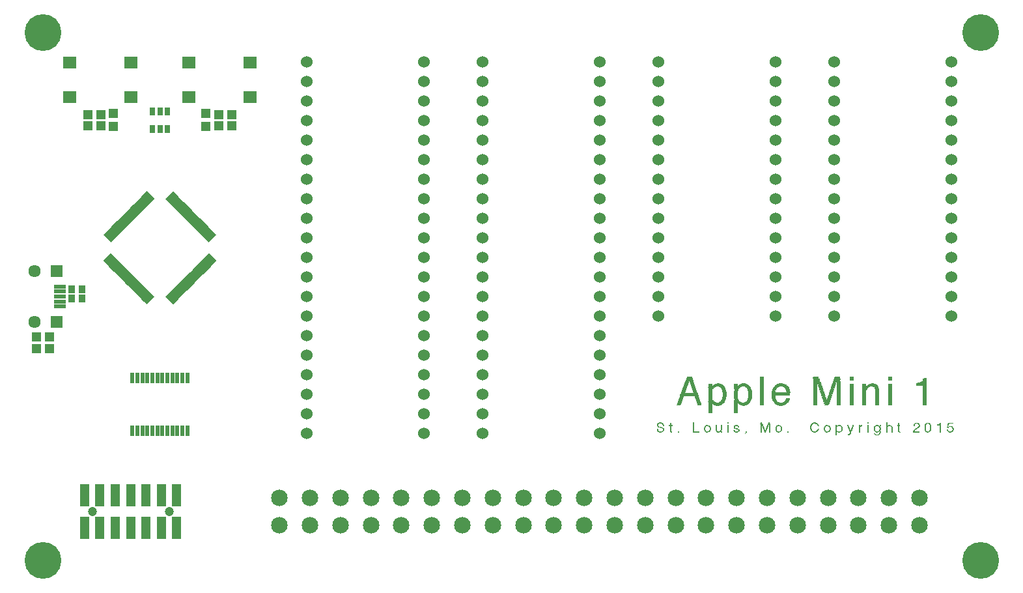
<source format=gts>
G75*
%MOIN*%
%OFA0B0*%
%FSLAX24Y24*%
%IPPOS*%
%LPD*%
%AMOC8*
5,1,8,0,0,1.08239X$1,22.5*
%
%ADD10C,0.1880*%
%ADD11R,0.0050X0.0017*%
%ADD12R,0.0067X0.0017*%
%ADD13R,0.0133X0.0017*%
%ADD14R,0.0050X0.0017*%
%ADD15R,0.0083X0.0017*%
%ADD16R,0.0200X0.0017*%
%ADD17R,0.0100X0.0017*%
%ADD18R,0.0066X0.0017*%
%ADD19R,0.0084X0.0017*%
%ADD20R,0.0066X0.0017*%
%ADD21R,0.0033X0.0017*%
%ADD22R,0.0033X0.0017*%
%ADD23R,0.0067X0.0017*%
%ADD24R,0.0134X0.0017*%
%ADD25R,0.0083X0.0017*%
%ADD26R,0.0316X0.0017*%
%ADD27R,0.0100X0.0017*%
%ADD28R,0.0334X0.0017*%
%ADD29R,0.0116X0.0017*%
%ADD30R,0.0217X0.0017*%
%ADD31R,0.0316X0.0017*%
%ADD32R,0.0166X0.0017*%
%ADD33R,0.0167X0.0017*%
%ADD34R,0.0334X0.0017*%
%ADD35R,0.0216X0.0017*%
%ADD36R,0.0266X0.0017*%
%ADD37R,0.0116X0.0017*%
%ADD38R,0.0267X0.0017*%
%ADD39R,0.0084X0.0017*%
%ADD40R,0.0034X0.0017*%
%ADD41R,0.0034X0.0017*%
%ADD42R,0.0150X0.0017*%
%ADD43R,0.0117X0.0017*%
%ADD44R,0.0183X0.0017*%
%ADD45R,0.0167X0.0017*%
%ADD46R,0.0166X0.0017*%
%ADD47R,0.0250X0.0017*%
%ADD48R,0.0283X0.0017*%
%ADD49R,0.0183X0.0017*%
%ADD50R,0.0117X0.0017*%
%ADD51R,0.0250X0.0017*%
%ADD52R,0.0134X0.0017*%
%ADD53R,0.0284X0.0017*%
%ADD54R,0.0283X0.0017*%
%ADD55R,0.0317X0.0017*%
%ADD56R,0.0200X0.0017*%
%ADD57R,0.0367X0.0017*%
%ADD58R,0.0366X0.0017*%
%ADD59R,0.0417X0.0017*%
%ADD60R,0.0184X0.0017*%
%ADD61R,0.0400X0.0017*%
%ADD62R,0.0467X0.0017*%
%ADD63R,0.0184X0.0017*%
%ADD64R,0.0466X0.0017*%
%ADD65R,0.0517X0.0017*%
%ADD66R,0.0217X0.0017*%
%ADD67R,0.0500X0.0017*%
%ADD68R,0.0567X0.0017*%
%ADD69R,0.0234X0.0017*%
%ADD70R,0.0533X0.0017*%
%ADD71R,0.0534X0.0017*%
%ADD72R,0.0617X0.0017*%
%ADD73R,0.0567X0.0017*%
%ADD74R,0.0566X0.0017*%
%ADD75R,0.0650X0.0017*%
%ADD76R,0.0216X0.0017*%
%ADD77R,0.0783X0.0017*%
%ADD78R,0.0683X0.0017*%
%ADD79R,0.0266X0.0017*%
%ADD80R,0.0383X0.0017*%
%ADD81R,0.0333X0.0017*%
%ADD82R,0.0233X0.0017*%
%ADD83R,0.0317X0.0017*%
%ADD84R,0.0233X0.0017*%
%ADD85R,0.0300X0.0017*%
%ADD86R,0.0300X0.0017*%
%ADD87R,0.0267X0.0017*%
%ADD88R,0.0350X0.0017*%
%ADD89R,0.0950X0.0017*%
%ADD90R,0.0933X0.0017*%
%ADD91R,0.0950X0.0017*%
%ADD92R,0.0916X0.0017*%
%ADD93R,0.0900X0.0017*%
%ADD94R,0.0884X0.0017*%
%ADD95R,0.0884X0.0017*%
%ADD96R,0.0867X0.0017*%
%ADD97R,0.0850X0.0017*%
%ADD98R,0.0850X0.0017*%
%ADD99R,0.0234X0.0017*%
%ADD100R,0.0600X0.0017*%
%ADD101R,0.0684X0.0017*%
%ADD102R,0.0600X0.0017*%
%ADD103R,0.0550X0.0017*%
%ADD104R,0.0550X0.0017*%
%ADD105R,0.0517X0.0017*%
%ADD106R,0.0516X0.0017*%
%ADD107R,0.0450X0.0017*%
%ADD108R,0.0434X0.0017*%
%ADD109R,0.0350X0.0017*%
%ADD110R,0.0400X0.0017*%
%ADD111R,0.0384X0.0017*%
%ADD112R,0.0384X0.0017*%
%ADD113R,0.0333X0.0017*%
%ADD114R,0.0150X0.0017*%
%ADD115R,0.0513X0.0474*%
%ADD116R,0.0690X0.0592*%
%ADD117C,0.0634*%
%ADD118R,0.0631X0.0631*%
%ADD119R,0.0611X0.0237*%
%ADD120R,0.0474X0.1163*%
%ADD121C,0.0474*%
%ADD122C,0.0848*%
%ADD123R,0.0356X0.0434*%
%ADD124R,0.0474X0.0513*%
%ADD125R,0.0237X0.0552*%
%ADD126R,0.0316X0.0434*%
%ADD127C,0.0600*%
%ADD128R,0.0552X0.0198*%
%ADD129R,0.0198X0.0552*%
D10*
X001500Y001160D03*
X001500Y028160D03*
X049500Y028160D03*
X049500Y001160D03*
D11*
X044100Y007610D03*
X044083Y007810D03*
X044067Y007860D03*
X044067Y007910D03*
X044083Y007960D03*
X044367Y007910D03*
X044367Y007860D03*
X044367Y007710D03*
X044350Y007660D03*
X044717Y007710D03*
X044717Y007760D03*
X044717Y007810D03*
X044717Y007860D03*
X044717Y007910D03*
X044717Y007960D03*
X044717Y008060D03*
X044717Y008110D03*
X044717Y008160D03*
X044950Y008010D03*
X044967Y007960D03*
X044967Y007910D03*
X044967Y007860D03*
X044967Y007810D03*
X044967Y007760D03*
X044967Y007710D03*
X045317Y007760D03*
X045317Y007810D03*
X045317Y007860D03*
X045317Y007910D03*
X045317Y007960D03*
X045317Y008010D03*
X045317Y008110D03*
X045317Y008160D03*
X046100Y008060D03*
X046117Y007810D03*
X046083Y007760D03*
X046367Y008010D03*
X046367Y008060D03*
X046350Y008110D03*
X046667Y008010D03*
X046667Y007960D03*
X046667Y007910D03*
X046667Y007860D03*
X046683Y007810D03*
X046717Y007760D03*
X046900Y007760D03*
X046933Y007810D03*
X046950Y007860D03*
X046950Y007910D03*
X046950Y007960D03*
X046950Y008010D03*
X046933Y008060D03*
X046917Y008110D03*
X046700Y008110D03*
X046683Y008060D03*
X047433Y008060D03*
X047433Y008010D03*
X047433Y007960D03*
X047433Y007910D03*
X047433Y007860D03*
X047433Y007810D03*
X047433Y007760D03*
X047433Y007710D03*
X047817Y007810D03*
X047850Y008060D03*
X048100Y007860D03*
X048083Y007810D03*
X047433Y008160D03*
X044367Y008060D03*
X043733Y008060D03*
X043733Y008010D03*
X043733Y007960D03*
X043733Y007910D03*
X043733Y007860D03*
X043733Y007810D03*
X043733Y007760D03*
X043733Y007710D03*
X043300Y007710D03*
X043300Y007760D03*
X043300Y007810D03*
X043300Y007860D03*
X043300Y007910D03*
X043300Y008060D03*
X042983Y008060D03*
X042967Y008010D03*
X042950Y007960D03*
X042933Y007910D03*
X042917Y007860D03*
X042900Y007810D03*
X042850Y007710D03*
X042833Y007660D03*
X042767Y007910D03*
X042750Y007960D03*
X042733Y008010D03*
X042717Y008060D03*
X042400Y007960D03*
X042417Y007910D03*
X042417Y007860D03*
X042400Y007810D03*
X042117Y007860D03*
X042117Y007910D03*
X042117Y008060D03*
X041783Y007960D03*
X041800Y007910D03*
X041800Y007860D03*
X041783Y007810D03*
X041533Y007810D03*
X041517Y007860D03*
X041517Y007910D03*
X041533Y007960D03*
X041200Y007860D03*
X041167Y007810D03*
X041167Y008110D03*
X040833Y008060D03*
X040817Y008010D03*
X040817Y007960D03*
X040817Y007910D03*
X040833Y007860D03*
X039650Y007710D03*
X039300Y007810D03*
X039317Y007860D03*
X039317Y007910D03*
X039300Y007960D03*
X039050Y007960D03*
X039033Y007910D03*
X039033Y007860D03*
X039050Y007810D03*
X038700Y007810D03*
X038700Y007860D03*
X038700Y007910D03*
X038700Y007960D03*
X038700Y008010D03*
X038700Y008060D03*
X038700Y008110D03*
X038617Y008060D03*
X038600Y008010D03*
X038583Y007960D03*
X038567Y007910D03*
X038400Y007910D03*
X038383Y007960D03*
X038367Y008010D03*
X038350Y008060D03*
X038333Y008110D03*
X038267Y008110D03*
X038267Y008060D03*
X038267Y008010D03*
X038267Y007960D03*
X038267Y007910D03*
X038267Y007860D03*
X038267Y007810D03*
X038267Y007760D03*
X038267Y007710D03*
X038483Y007710D03*
X038700Y007710D03*
X038700Y007760D03*
X037500Y007710D03*
X037133Y007810D03*
X037117Y007760D03*
X036917Y007760D03*
X036900Y007960D03*
X036917Y008010D03*
X037100Y008010D03*
X036567Y008010D03*
X036567Y008060D03*
X036567Y008160D03*
X036567Y007960D03*
X036567Y007910D03*
X036567Y007860D03*
X036567Y007810D03*
X036567Y007760D03*
X036567Y007710D03*
X036233Y007710D03*
X036233Y007860D03*
X036233Y007910D03*
X036233Y007960D03*
X036233Y008010D03*
X036233Y008060D03*
X035983Y008060D03*
X035983Y008010D03*
X035983Y007960D03*
X035983Y007910D03*
X035983Y007860D03*
X035983Y007810D03*
X036000Y007760D03*
X035667Y007860D03*
X035667Y007910D03*
X035650Y007960D03*
X035650Y007810D03*
X035400Y007810D03*
X035383Y007860D03*
X035383Y007910D03*
X035400Y007960D03*
X034817Y007960D03*
X034817Y008010D03*
X034817Y008060D03*
X034817Y008110D03*
X034817Y008160D03*
X034817Y007910D03*
X034817Y007860D03*
X034817Y007810D03*
X034817Y007760D03*
X034033Y007710D03*
X033633Y007760D03*
X033633Y007810D03*
X033633Y007860D03*
X033633Y007910D03*
X033633Y007960D03*
X033633Y008010D03*
X033633Y008110D03*
X033633Y008160D03*
X033267Y008060D03*
X033250Y008110D03*
X033250Y007910D03*
X033283Y007860D03*
X033283Y007810D03*
X032983Y007810D03*
X032967Y007860D03*
X033000Y008010D03*
X032983Y008110D03*
X042117Y007710D03*
X042117Y007660D03*
X042117Y007610D03*
X042117Y007560D03*
X043733Y008160D03*
D12*
X043409Y008060D03*
X043309Y007960D03*
X042809Y007610D03*
X042759Y007560D03*
X041759Y007760D03*
X041559Y007760D03*
X041559Y008010D03*
X041759Y008010D03*
X041191Y008060D03*
X040859Y007810D03*
X044109Y007760D03*
X044109Y008010D03*
X044359Y007960D03*
X044359Y007810D03*
X047841Y007760D03*
X047841Y007960D03*
X048059Y007960D03*
X048091Y007910D03*
X048059Y007760D03*
D13*
X044209Y007560D03*
X041009Y007710D03*
X037009Y007710D03*
X037009Y008060D03*
X036091Y007710D03*
D14*
X036000Y007777D03*
X035983Y007793D03*
X035983Y007827D03*
X035983Y007843D03*
X035983Y007877D03*
X035983Y007893D03*
X035983Y007927D03*
X035983Y007943D03*
X035983Y007977D03*
X035983Y007993D03*
X035983Y008027D03*
X035983Y008043D03*
X036233Y008043D03*
X036233Y008027D03*
X036233Y007993D03*
X036233Y007977D03*
X036233Y007943D03*
X036233Y007927D03*
X036233Y007893D03*
X036233Y007877D03*
X036233Y007843D03*
X036233Y007827D03*
X036233Y007727D03*
X036567Y007727D03*
X036567Y007743D03*
X036567Y007777D03*
X036567Y007793D03*
X036567Y007827D03*
X036567Y007843D03*
X036567Y007877D03*
X036567Y007893D03*
X036567Y007927D03*
X036567Y007943D03*
X036567Y007977D03*
X036567Y007993D03*
X036567Y008027D03*
X036567Y008043D03*
X036567Y008177D03*
X036567Y008193D03*
X036900Y007993D03*
X036900Y007977D03*
X036900Y007793D03*
X036900Y007777D03*
X037133Y007777D03*
X037133Y007793D03*
X037133Y007827D03*
X037117Y007993D03*
X037500Y007743D03*
X037500Y007727D03*
X038267Y007727D03*
X038267Y007743D03*
X038267Y007777D03*
X038267Y007793D03*
X038267Y007827D03*
X038267Y007843D03*
X038267Y007877D03*
X038267Y007893D03*
X038267Y007927D03*
X038267Y007943D03*
X038267Y007977D03*
X038267Y007993D03*
X038267Y008027D03*
X038267Y008043D03*
X038267Y008077D03*
X038267Y008093D03*
X038267Y008127D03*
X038333Y008093D03*
X038350Y008043D03*
X038383Y007977D03*
X038400Y007927D03*
X038417Y007877D03*
X038433Y007843D03*
X038433Y007827D03*
X038450Y007793D03*
X038450Y007777D03*
X038483Y007727D03*
X038517Y007777D03*
X038517Y007793D03*
X038533Y007827D03*
X038550Y007877D03*
X038567Y007927D03*
X038617Y008043D03*
X038633Y008093D03*
X038700Y008093D03*
X038700Y008077D03*
X038700Y008043D03*
X038700Y008027D03*
X038700Y007993D03*
X038700Y007977D03*
X038700Y007943D03*
X038700Y007927D03*
X038700Y007893D03*
X038700Y007877D03*
X038700Y007843D03*
X038700Y007827D03*
X038700Y007793D03*
X038700Y007777D03*
X038700Y007743D03*
X038700Y007727D03*
X039033Y007827D03*
X039033Y007843D03*
X039033Y007877D03*
X039033Y007893D03*
X039033Y007927D03*
X039033Y007943D03*
X039050Y007977D03*
X039067Y007993D03*
X039050Y007793D03*
X039067Y007777D03*
X039283Y007777D03*
X039300Y007793D03*
X039317Y007827D03*
X039317Y007843D03*
X039317Y007877D03*
X039317Y007893D03*
X039317Y007927D03*
X039317Y007943D03*
X039300Y007977D03*
X039283Y007993D03*
X039650Y007743D03*
X039650Y007727D03*
X038700Y008127D03*
X040817Y007993D03*
X040817Y007977D03*
X040817Y007943D03*
X040817Y007927D03*
X040817Y007893D03*
X040833Y007843D03*
X040833Y008043D03*
X041183Y008077D03*
X041200Y008043D03*
X041200Y007877D03*
X041183Y007843D03*
X041183Y007827D03*
X041517Y007827D03*
X041517Y007843D03*
X041517Y007877D03*
X041517Y007893D03*
X041517Y007927D03*
X041517Y007943D03*
X041533Y007977D03*
X041550Y007993D03*
X041533Y007793D03*
X041550Y007777D03*
X041767Y007777D03*
X041783Y007793D03*
X041800Y007827D03*
X041800Y007843D03*
X041800Y007877D03*
X041800Y007893D03*
X041800Y007927D03*
X041800Y007943D03*
X041783Y007977D03*
X041767Y007993D03*
X042117Y008027D03*
X042117Y008043D03*
X042117Y007927D03*
X042117Y007893D03*
X042117Y007877D03*
X042117Y007843D03*
X042117Y007743D03*
X042117Y007727D03*
X042117Y007693D03*
X042117Y007677D03*
X042117Y007643D03*
X042117Y007627D03*
X042117Y007593D03*
X042117Y007577D03*
X042383Y007777D03*
X042400Y007793D03*
X042417Y007827D03*
X042417Y007843D03*
X042417Y007877D03*
X042417Y007893D03*
X042417Y007927D03*
X042417Y007943D03*
X042400Y007977D03*
X042717Y008043D03*
X042733Y007993D03*
X042750Y007977D03*
X042767Y007927D03*
X042783Y007877D03*
X042800Y007843D03*
X042800Y007827D03*
X042817Y007793D03*
X042817Y007777D03*
X042883Y007777D03*
X042883Y007793D03*
X042900Y007827D03*
X042900Y007843D03*
X042917Y007877D03*
X042933Y007927D03*
X042950Y007977D03*
X042967Y007993D03*
X042983Y008043D03*
X043300Y008043D03*
X043300Y008027D03*
X043300Y007927D03*
X043300Y007893D03*
X043300Y007877D03*
X043300Y007843D03*
X043300Y007827D03*
X043300Y007793D03*
X043300Y007777D03*
X043300Y007743D03*
X043300Y007727D03*
X043733Y007727D03*
X043733Y007743D03*
X043733Y007777D03*
X043733Y007793D03*
X043733Y007827D03*
X043733Y007843D03*
X043733Y007877D03*
X043733Y007893D03*
X043733Y007927D03*
X043733Y007943D03*
X043733Y007977D03*
X043733Y007993D03*
X043733Y008027D03*
X043733Y008043D03*
X043733Y008177D03*
X043733Y008193D03*
X044083Y007977D03*
X044067Y007943D03*
X044067Y007927D03*
X044067Y007893D03*
X044067Y007877D03*
X044067Y007843D03*
X044067Y007827D03*
X044083Y007793D03*
X044100Y007777D03*
X044083Y007643D03*
X044083Y007627D03*
X044333Y007627D03*
X044350Y007643D03*
X044367Y007693D03*
X044367Y007727D03*
X044367Y007743D03*
X044367Y007843D03*
X044367Y007877D03*
X044367Y007893D03*
X044367Y007927D03*
X044367Y008027D03*
X044367Y008043D03*
X044717Y008043D03*
X044717Y008027D03*
X044717Y008077D03*
X044717Y008093D03*
X044717Y008127D03*
X044717Y008143D03*
X044717Y008177D03*
X044717Y008193D03*
X044783Y008027D03*
X044717Y007943D03*
X044717Y007927D03*
X044717Y007893D03*
X044717Y007877D03*
X044717Y007843D03*
X044717Y007827D03*
X044717Y007793D03*
X044717Y007777D03*
X044717Y007743D03*
X044717Y007727D03*
X044967Y007727D03*
X044967Y007743D03*
X044967Y007777D03*
X044967Y007793D03*
X044967Y007827D03*
X044967Y007843D03*
X044967Y007877D03*
X044967Y007893D03*
X044967Y007927D03*
X044967Y007943D03*
X044967Y007977D03*
X045317Y007977D03*
X045317Y007993D03*
X045317Y008027D03*
X045317Y008077D03*
X045317Y008093D03*
X045317Y008127D03*
X045317Y008143D03*
X045317Y007943D03*
X045317Y007927D03*
X045317Y007893D03*
X045317Y007877D03*
X045317Y007843D03*
X045317Y007827D03*
X045317Y007793D03*
X045317Y007777D03*
X046083Y007743D03*
X046100Y007777D03*
X046100Y007793D03*
X046133Y007827D03*
X046100Y008043D03*
X046100Y008077D03*
X046117Y008093D03*
X046133Y008127D03*
X046367Y008077D03*
X046367Y008043D03*
X046367Y008027D03*
X046350Y007993D03*
X046667Y007993D03*
X046667Y007977D03*
X046667Y007943D03*
X046667Y007927D03*
X046667Y007893D03*
X046667Y007877D03*
X046683Y007827D03*
X046683Y007793D03*
X046700Y007777D03*
X046917Y007777D03*
X046933Y007827D03*
X046933Y007843D03*
X046950Y007877D03*
X046950Y007893D03*
X046950Y007927D03*
X046950Y007943D03*
X046950Y007977D03*
X046950Y007993D03*
X046950Y008027D03*
X046933Y008043D03*
X046933Y008077D03*
X046900Y008127D03*
X046717Y008127D03*
X046683Y008077D03*
X046683Y008043D03*
X046667Y008027D03*
X047433Y008027D03*
X047433Y008043D03*
X047433Y007993D03*
X047433Y007977D03*
X047433Y007943D03*
X047433Y007927D03*
X047433Y007893D03*
X047433Y007877D03*
X047433Y007843D03*
X047433Y007827D03*
X047433Y007793D03*
X047433Y007777D03*
X047433Y007743D03*
X047433Y007727D03*
X047817Y007793D03*
X047833Y007777D03*
X047817Y007827D03*
X047833Y007943D03*
X047850Y008077D03*
X047850Y008093D03*
X047867Y008143D03*
X048083Y007927D03*
X048100Y007893D03*
X048100Y007877D03*
X048100Y007843D03*
X048100Y007827D03*
X048083Y007793D03*
X047433Y008143D03*
X047433Y008177D03*
X042850Y007693D03*
X042850Y007677D03*
X042833Y007643D03*
X042817Y007627D03*
X035667Y007827D03*
X035667Y007843D03*
X035667Y007877D03*
X035667Y007893D03*
X035667Y007927D03*
X035667Y007943D03*
X035650Y007977D03*
X035633Y007993D03*
X035650Y007793D03*
X035633Y007777D03*
X035417Y007777D03*
X035400Y007793D03*
X035383Y007827D03*
X035383Y007843D03*
X035383Y007877D03*
X035383Y007893D03*
X035383Y007927D03*
X035383Y007943D03*
X035400Y007977D03*
X035417Y007993D03*
X034817Y007993D03*
X034817Y007977D03*
X034817Y007943D03*
X034817Y007927D03*
X034817Y007893D03*
X034817Y007877D03*
X034817Y007843D03*
X034817Y007827D03*
X034817Y007793D03*
X034817Y007777D03*
X034817Y008027D03*
X034817Y008043D03*
X034817Y008077D03*
X034817Y008093D03*
X034817Y008127D03*
X034817Y008143D03*
X034817Y008177D03*
X034817Y008193D03*
X034033Y007743D03*
X034033Y007727D03*
X033633Y007777D03*
X033633Y007793D03*
X033633Y007827D03*
X033633Y007843D03*
X033633Y007877D03*
X033633Y007893D03*
X033633Y007927D03*
X033633Y007943D03*
X033633Y007977D03*
X033633Y007993D03*
X033633Y008027D03*
X033633Y008077D03*
X033633Y008093D03*
X033633Y008127D03*
X033633Y008143D03*
X033267Y008077D03*
X033250Y008093D03*
X033233Y008127D03*
X033267Y008043D03*
X033267Y007893D03*
X033283Y007877D03*
X033283Y007843D03*
X033283Y007827D03*
X033017Y007993D03*
X032983Y008027D03*
X032983Y008093D03*
X032967Y007843D03*
X032967Y007827D03*
D15*
X033016Y008143D03*
X033216Y008143D03*
X036216Y007777D03*
X038284Y008177D03*
X038284Y008193D03*
X038684Y008193D03*
X038684Y008177D03*
X038484Y007743D03*
X040884Y007777D03*
X040884Y008127D03*
X042134Y007993D03*
X042134Y007777D03*
X042766Y007577D03*
X043316Y007977D03*
X043316Y007993D03*
X044134Y008027D03*
X044134Y007743D03*
X044734Y007993D03*
X046234Y007893D03*
X046284Y007927D03*
X046316Y008143D03*
X047866Y007743D03*
X048034Y007977D03*
D16*
X046642Y009127D03*
X046642Y009143D03*
X046642Y009177D03*
X046642Y009193D03*
X046642Y009227D03*
X046642Y009243D03*
X046642Y009277D03*
X046642Y009293D03*
X046642Y009327D03*
X046642Y009343D03*
X046642Y009377D03*
X046642Y009393D03*
X046642Y009427D03*
X046642Y009443D03*
X046642Y009477D03*
X046642Y009493D03*
X046642Y009527D03*
X046642Y009543D03*
X046642Y009577D03*
X046642Y009593D03*
X046642Y009627D03*
X046642Y009643D03*
X046642Y009677D03*
X046642Y009693D03*
X046642Y009727D03*
X046642Y009743D03*
X046642Y009777D03*
X046642Y009793D03*
X046642Y009827D03*
X046642Y009843D03*
X046642Y009877D03*
X046642Y009893D03*
X046642Y009927D03*
X046642Y009943D03*
X046642Y009977D03*
X046642Y009993D03*
X046642Y010027D03*
X046642Y010043D03*
X046642Y010077D03*
X046642Y010343D03*
X044208Y009893D03*
X044192Y009943D03*
X043558Y009843D03*
X043558Y009827D03*
X044208Y008043D03*
X044208Y007577D03*
X042275Y008043D03*
X041008Y007727D03*
X039275Y009077D03*
X038992Y009293D03*
X038958Y009343D03*
X038942Y009377D03*
X039592Y009293D03*
X039608Y009327D03*
X039608Y009943D03*
X039592Y009977D03*
X039008Y009993D03*
X038992Y009977D03*
X037708Y009777D03*
X037692Y009843D03*
X037675Y009893D03*
X037658Y009927D03*
X037658Y009943D03*
X036992Y009793D03*
X036992Y009777D03*
X036992Y009743D03*
X036992Y009477D03*
X036992Y009443D03*
X036992Y009427D03*
X037642Y009327D03*
X037658Y009343D03*
X037675Y009377D03*
X036358Y009377D03*
X036342Y009343D03*
X036325Y009327D03*
X035675Y009427D03*
X035675Y009443D03*
X035675Y009477D03*
X035675Y009743D03*
X035675Y009777D03*
X035675Y009793D03*
X036342Y009927D03*
X036342Y009943D03*
X036358Y009893D03*
X036375Y009843D03*
X036392Y009777D03*
X035042Y009343D03*
X035058Y009293D03*
X035075Y009243D03*
X035025Y009393D03*
X035008Y009443D03*
X034992Y009477D03*
X034992Y009493D03*
X034975Y009527D03*
X034975Y009543D03*
X034908Y009727D03*
X034908Y009743D03*
X034892Y009777D03*
X034892Y009793D03*
X034875Y009827D03*
X034875Y009843D03*
X034858Y009877D03*
X034858Y009893D03*
X034842Y009927D03*
X034842Y009943D03*
X034825Y009977D03*
X034808Y010027D03*
X034792Y010077D03*
X034775Y010127D03*
X034758Y010177D03*
X034742Y010227D03*
X034708Y010293D03*
X034475Y010277D03*
X034458Y010227D03*
X034442Y010177D03*
X034425Y010127D03*
X034408Y010093D03*
X034408Y010077D03*
X034392Y010043D03*
X034392Y010027D03*
X034375Y009993D03*
X034375Y009977D03*
X034358Y009943D03*
X034358Y009927D03*
X034342Y009893D03*
X034342Y009877D03*
X034325Y009843D03*
X034325Y009827D03*
X034308Y009793D03*
X034292Y009743D03*
X034208Y009527D03*
X034192Y009477D03*
X034175Y009427D03*
X034158Y009393D03*
X034158Y009377D03*
X034142Y009343D03*
X034142Y009327D03*
X034125Y009293D03*
X034108Y009243D03*
X034092Y009193D03*
X034075Y009143D03*
X033108Y008177D03*
X037008Y008043D03*
X037008Y007727D03*
D17*
X038292Y008143D03*
X038675Y008143D03*
X040908Y008143D03*
X041125Y008143D03*
X042775Y007593D03*
X043392Y008027D03*
X045358Y007727D03*
X046808Y008177D03*
X047858Y007977D03*
X033675Y007727D03*
X033175Y007943D03*
X033058Y007977D03*
D18*
X033225Y007927D03*
X033275Y007793D03*
X036025Y007743D03*
X036225Y007793D03*
X036925Y007743D03*
X036925Y007927D03*
X036925Y008027D03*
X040825Y008027D03*
X040825Y007877D03*
X041175Y008093D03*
X041575Y008027D03*
X041575Y007743D03*
X042125Y007793D03*
X042125Y007827D03*
X042125Y007943D03*
X042125Y007977D03*
X044125Y007593D03*
X044725Y007977D03*
X044925Y008027D03*
X045325Y007743D03*
X046725Y007743D03*
X046925Y007793D03*
X046925Y008093D03*
X046725Y008143D03*
X047425Y008127D03*
X048075Y007943D03*
X048075Y007777D03*
D19*
X046200Y007877D03*
X044350Y007777D03*
X044300Y007593D03*
X044350Y007993D03*
X043400Y008043D03*
X042850Y007743D03*
X042350Y007743D03*
X042350Y008027D03*
X041150Y008127D03*
D20*
X042125Y007960D03*
X042125Y007810D03*
X042375Y007760D03*
X042375Y008010D03*
X044325Y007610D03*
X046125Y008110D03*
X046325Y007960D03*
X039275Y008010D03*
X039075Y008010D03*
X039075Y007760D03*
X039275Y007760D03*
X036225Y007810D03*
X035625Y007760D03*
X035425Y007760D03*
X035425Y008010D03*
X035625Y008010D03*
D21*
X037491Y007643D03*
X037491Y007627D03*
X037509Y007677D03*
X037509Y007693D03*
X038359Y008027D03*
X038341Y008077D03*
X038391Y007943D03*
X038409Y007893D03*
X038541Y007843D03*
X038559Y007893D03*
X038591Y007977D03*
X038591Y007993D03*
X038609Y008027D03*
X038641Y008127D03*
X042759Y007943D03*
X042941Y007943D03*
X047841Y007993D03*
X047841Y008027D03*
X047841Y008043D03*
X047859Y008127D03*
D22*
X047859Y008110D03*
X047841Y008010D03*
X042809Y007810D03*
X042791Y007860D03*
X038641Y008110D03*
X038541Y007860D03*
X038441Y007810D03*
X037509Y007660D03*
X036891Y007810D03*
D23*
X036909Y007943D03*
X037091Y008027D03*
X037109Y007843D03*
X037091Y007743D03*
X035609Y007743D03*
X035441Y007743D03*
X035441Y008027D03*
X035609Y008027D03*
X033641Y007743D03*
X033259Y007777D03*
X033009Y007777D03*
X032991Y007793D03*
X032991Y008127D03*
X039091Y008027D03*
X039259Y008027D03*
X039259Y007743D03*
X039091Y007743D03*
X040841Y007827D03*
X040859Y007793D03*
X041141Y007777D03*
X041159Y007793D03*
X040859Y008093D03*
X040841Y008077D03*
X041741Y008027D03*
X041741Y007743D03*
X042191Y007743D03*
X042191Y008027D03*
X042391Y007993D03*
X042859Y007727D03*
X043309Y007943D03*
X044091Y007993D03*
X044291Y008027D03*
X044359Y007977D03*
X044359Y007943D03*
X044359Y007827D03*
X044359Y007793D03*
X044291Y007743D03*
X044359Y007677D03*
X044959Y007993D03*
X046159Y007843D03*
X046309Y007943D03*
X046341Y007977D03*
X046359Y008093D03*
X046341Y008127D03*
X046159Y008143D03*
X046691Y008093D03*
X046891Y008143D03*
X046891Y007743D03*
X048041Y007743D03*
D24*
X033125Y007710D03*
D25*
X033234Y007760D03*
X033684Y007710D03*
X038284Y008160D03*
X038684Y008160D03*
X038484Y007760D03*
X040866Y008110D03*
X041116Y007760D03*
X045366Y007710D03*
X046184Y007860D03*
D26*
X041100Y010410D03*
X037050Y010010D03*
X037050Y009260D03*
X034950Y007710D03*
X034600Y010460D03*
D27*
X035525Y008060D03*
X035525Y007710D03*
X036208Y007760D03*
X037092Y007860D03*
X039175Y007710D03*
X039175Y008060D03*
X040908Y007760D03*
X041658Y007710D03*
X041658Y008060D03*
X042142Y008010D03*
X042142Y007760D03*
X042275Y007710D03*
X044208Y007710D03*
X044342Y007760D03*
X044342Y008010D03*
X044742Y008010D03*
X044858Y008060D03*
X046258Y007910D03*
X046808Y007710D03*
X047958Y008010D03*
X033025Y007760D03*
D28*
X041625Y009310D03*
X046225Y007710D03*
D29*
X047400Y008110D03*
X047950Y007710D03*
X036950Y007910D03*
D30*
X037616Y009277D03*
X037634Y009293D03*
X037634Y009977D03*
X036316Y009977D03*
X035684Y009877D03*
X035684Y009843D03*
X035684Y009827D03*
X035684Y009393D03*
X035684Y009377D03*
X035116Y009143D03*
X035116Y009127D03*
X035084Y009227D03*
X035066Y009277D03*
X035034Y009377D03*
X035016Y009427D03*
X034284Y009727D03*
X034216Y009543D03*
X034184Y009443D03*
X034116Y009277D03*
X034084Y009177D03*
X034066Y009127D03*
X036316Y009293D03*
X033134Y007727D03*
X039566Y009277D03*
X041016Y008177D03*
X041634Y009127D03*
X041634Y009143D03*
X043566Y009877D03*
X043566Y009893D03*
X044184Y009977D03*
X044184Y009993D03*
X046634Y010327D03*
D31*
X041100Y010427D03*
X041100Y010443D03*
X034600Y010443D03*
X034600Y010427D03*
X034950Y007743D03*
X034950Y007727D03*
D32*
X035525Y007727D03*
X035525Y008043D03*
X037375Y009077D03*
X038925Y009827D03*
X038925Y009843D03*
X041225Y010277D03*
X041225Y010293D03*
X041275Y010143D03*
X041275Y010127D03*
X041325Y009993D03*
X041325Y009977D03*
X041375Y009843D03*
X041375Y009827D03*
X041425Y009693D03*
X041425Y009677D03*
X041475Y009543D03*
X041475Y009527D03*
X041525Y009393D03*
X041525Y009377D03*
X041725Y009343D03*
X041775Y009477D03*
X041775Y009493D03*
X041825Y009627D03*
X041825Y009643D03*
X041875Y009777D03*
X041875Y009793D03*
X041925Y009927D03*
X041925Y009943D03*
X041975Y010077D03*
X041975Y010093D03*
X042025Y010227D03*
X042025Y010243D03*
X043975Y010193D03*
X045325Y008043D03*
X042275Y007727D03*
X039175Y007727D03*
X039175Y008043D03*
X036075Y010193D03*
D33*
X037391Y010193D03*
X038909Y009793D03*
X038909Y009777D03*
X038909Y009743D03*
X038941Y009877D03*
X038941Y009893D03*
X039291Y010193D03*
X039659Y009793D03*
X041241Y010227D03*
X041241Y010243D03*
X041259Y010193D03*
X041259Y010177D03*
X041291Y010093D03*
X041291Y010077D03*
X041309Y010043D03*
X041309Y010027D03*
X041341Y009943D03*
X041341Y009927D03*
X041359Y009893D03*
X041359Y009877D03*
X041391Y009793D03*
X041391Y009777D03*
X041409Y009743D03*
X041409Y009727D03*
X041441Y009643D03*
X041441Y009627D03*
X041459Y009593D03*
X041459Y009577D03*
X041491Y009493D03*
X041491Y009477D03*
X041509Y009443D03*
X041509Y009427D03*
X041541Y009343D03*
X041741Y009377D03*
X041741Y009393D03*
X041759Y009427D03*
X041759Y009443D03*
X041791Y009527D03*
X041791Y009543D03*
X041809Y009577D03*
X041809Y009593D03*
X041841Y009677D03*
X041841Y009693D03*
X041859Y009727D03*
X041859Y009743D03*
X041891Y009827D03*
X041891Y009843D03*
X041909Y009877D03*
X041909Y009893D03*
X041941Y009977D03*
X041941Y009993D03*
X041959Y010027D03*
X041959Y010043D03*
X041991Y010127D03*
X041991Y010143D03*
X042009Y010177D03*
X042009Y010193D03*
X042041Y010277D03*
X042041Y010293D03*
X041659Y008043D03*
X041659Y007727D03*
X044209Y007727D03*
X044859Y008043D03*
X046809Y007727D03*
X046659Y010427D03*
X046659Y010443D03*
X036059Y009077D03*
X036091Y007727D03*
X033641Y008043D03*
D34*
X046225Y007727D03*
D35*
X047950Y007727D03*
X039050Y010027D03*
X039000Y009277D03*
X037000Y009377D03*
X037000Y009393D03*
X037000Y009827D03*
X037000Y009843D03*
X037000Y009877D03*
X036300Y009277D03*
X035100Y009193D03*
X035100Y009177D03*
X035050Y009327D03*
X034200Y009493D03*
X034100Y009227D03*
X034300Y009777D03*
D36*
X036075Y010177D03*
X037025Y009293D03*
X039075Y010043D03*
X044125Y010043D03*
X033125Y007743D03*
D37*
X036200Y007743D03*
D38*
X035709Y009293D03*
X037391Y010177D03*
X041009Y007743D03*
X046609Y010277D03*
D39*
X042850Y007760D03*
D40*
X038525Y007810D03*
X038425Y007860D03*
X037125Y007960D03*
X032975Y008060D03*
D41*
X032975Y008077D03*
X032975Y008043D03*
X037125Y007977D03*
X038325Y008127D03*
X038375Y007993D03*
X038575Y007943D03*
X038625Y008077D03*
X042725Y008027D03*
X042775Y007893D03*
X042925Y007893D03*
X042975Y008027D03*
X046675Y007843D03*
D42*
X046667Y010477D03*
X037033Y007877D03*
X037000Y007893D03*
D43*
X033116Y007960D03*
X042266Y008060D03*
X043334Y008010D03*
X044216Y008060D03*
D44*
X044216Y009127D03*
X044216Y009143D03*
X044216Y009177D03*
X044216Y009193D03*
X044216Y009227D03*
X044216Y009243D03*
X044216Y009277D03*
X044216Y009293D03*
X044216Y009327D03*
X044216Y009343D03*
X044216Y009377D03*
X044216Y009393D03*
X044216Y009427D03*
X044216Y009443D03*
X044216Y009477D03*
X044216Y009493D03*
X044216Y009527D03*
X044216Y009543D03*
X044216Y009577D03*
X044216Y009593D03*
X044216Y009627D03*
X044216Y009643D03*
X044216Y009677D03*
X044216Y009693D03*
X044216Y009727D03*
X044216Y009743D03*
X044216Y009777D03*
X044216Y009793D03*
X044216Y009827D03*
X044216Y009843D03*
X044216Y009877D03*
X044866Y009877D03*
X044866Y009893D03*
X044866Y009927D03*
X044866Y009943D03*
X044866Y009977D03*
X044866Y009993D03*
X044866Y010027D03*
X044866Y010043D03*
X044866Y010077D03*
X044866Y010093D03*
X044866Y010127D03*
X044866Y010143D03*
X044866Y010377D03*
X044866Y010393D03*
X044866Y010427D03*
X044866Y010443D03*
X044866Y010477D03*
X044866Y010493D03*
X044866Y010527D03*
X044866Y010543D03*
X044866Y009843D03*
X044866Y009827D03*
X044866Y009793D03*
X044866Y009777D03*
X044866Y009743D03*
X044866Y009727D03*
X044866Y009693D03*
X044866Y009677D03*
X044866Y009643D03*
X044866Y009627D03*
X044866Y009593D03*
X044866Y009577D03*
X044866Y009543D03*
X044866Y009527D03*
X044866Y009493D03*
X044866Y009477D03*
X044866Y009443D03*
X044866Y009427D03*
X044866Y009393D03*
X044866Y009377D03*
X044866Y009343D03*
X044866Y009327D03*
X044866Y009293D03*
X044866Y009277D03*
X044866Y009243D03*
X044866Y009227D03*
X044866Y009193D03*
X044866Y009177D03*
X044866Y009143D03*
X044866Y009127D03*
X042234Y009127D03*
X042234Y009143D03*
X042234Y009177D03*
X042234Y009193D03*
X042234Y009227D03*
X042234Y009243D03*
X042234Y009277D03*
X042234Y009293D03*
X042234Y009327D03*
X042234Y009343D03*
X042234Y009377D03*
X042234Y009393D03*
X042234Y009427D03*
X042234Y009443D03*
X042234Y009477D03*
X042234Y009493D03*
X042234Y009527D03*
X042234Y009543D03*
X042234Y009577D03*
X042234Y009593D03*
X042234Y009627D03*
X042234Y009643D03*
X042234Y009677D03*
X042234Y009693D03*
X042234Y009727D03*
X042234Y009743D03*
X042234Y009777D03*
X042234Y009793D03*
X042234Y009827D03*
X042234Y009843D03*
X042234Y009877D03*
X042234Y009893D03*
X042234Y009927D03*
X042234Y009943D03*
X042234Y009977D03*
X042234Y009993D03*
X042234Y010027D03*
X042234Y010043D03*
X042234Y010077D03*
X042234Y010093D03*
X042234Y010127D03*
X042234Y010143D03*
X042234Y010177D03*
X042234Y010193D03*
X042234Y010227D03*
X042234Y010243D03*
X042234Y010277D03*
X042234Y010293D03*
X041034Y010293D03*
X041034Y010277D03*
X041034Y010243D03*
X041034Y010227D03*
X041034Y010193D03*
X041034Y010177D03*
X041034Y010143D03*
X041034Y010127D03*
X041034Y010093D03*
X041034Y010077D03*
X041034Y010043D03*
X041034Y010027D03*
X041034Y009993D03*
X041034Y009977D03*
X041034Y009943D03*
X041034Y009927D03*
X041034Y009893D03*
X041034Y009877D03*
X041034Y009843D03*
X041034Y009827D03*
X041034Y009793D03*
X041034Y009777D03*
X041034Y009743D03*
X041034Y009727D03*
X041034Y009693D03*
X041034Y009677D03*
X041034Y009643D03*
X041034Y009627D03*
X041034Y009593D03*
X041034Y009577D03*
X041034Y009543D03*
X041034Y009527D03*
X041034Y009493D03*
X041034Y009477D03*
X041034Y009443D03*
X041034Y009427D03*
X041034Y009393D03*
X041034Y009377D03*
X041034Y009343D03*
X041034Y009327D03*
X041034Y009293D03*
X041034Y009277D03*
X041034Y009243D03*
X041034Y009227D03*
X041034Y009193D03*
X041034Y009177D03*
X041034Y009143D03*
X041034Y009127D03*
X039634Y009377D03*
X039634Y009393D03*
X039616Y009343D03*
X039666Y009743D03*
X039666Y009777D03*
X039634Y009877D03*
X039634Y009893D03*
X039616Y009927D03*
X038966Y009927D03*
X038966Y009943D03*
X038916Y009493D03*
X038916Y009477D03*
X038916Y009443D03*
X038916Y009427D03*
X038934Y009393D03*
X038966Y009327D03*
X038316Y009327D03*
X038316Y009343D03*
X038316Y009377D03*
X038316Y009393D03*
X038316Y009427D03*
X038316Y009443D03*
X038316Y009477D03*
X038316Y009493D03*
X038316Y009527D03*
X038316Y009543D03*
X038316Y009577D03*
X038316Y009593D03*
X038316Y009627D03*
X038316Y009643D03*
X038316Y009677D03*
X038316Y009693D03*
X038316Y009727D03*
X038316Y009743D03*
X038316Y009777D03*
X038316Y009793D03*
X038316Y009827D03*
X038316Y009843D03*
X038316Y009877D03*
X038316Y009893D03*
X038316Y009927D03*
X038316Y009943D03*
X038316Y009977D03*
X038316Y009993D03*
X038316Y010027D03*
X038316Y010043D03*
X038316Y010077D03*
X038316Y010093D03*
X038316Y010127D03*
X038316Y010143D03*
X038316Y010177D03*
X038316Y010193D03*
X038316Y010227D03*
X038316Y010243D03*
X038316Y010277D03*
X038316Y010293D03*
X038316Y010327D03*
X038316Y010343D03*
X038316Y010377D03*
X038316Y010393D03*
X038316Y010427D03*
X038316Y010443D03*
X038316Y010477D03*
X038316Y010493D03*
X038316Y010527D03*
X038316Y010543D03*
X037684Y009877D03*
X037716Y009743D03*
X037716Y009727D03*
X037716Y009693D03*
X037716Y009677D03*
X037716Y009643D03*
X037716Y009627D03*
X037716Y009593D03*
X037716Y009577D03*
X037716Y009543D03*
X037716Y009527D03*
X037684Y009427D03*
X037684Y009393D03*
X038316Y009293D03*
X038316Y009277D03*
X038316Y009243D03*
X038316Y009227D03*
X038316Y009193D03*
X038316Y009177D03*
X038316Y009143D03*
X038316Y009127D03*
X036984Y009127D03*
X036984Y009143D03*
X036984Y009177D03*
X036984Y009193D03*
X036984Y009093D03*
X036984Y009077D03*
X036984Y009043D03*
X036984Y009027D03*
X036984Y008993D03*
X036984Y008977D03*
X036984Y008943D03*
X036984Y008927D03*
X036984Y008893D03*
X036984Y008877D03*
X036984Y008843D03*
X036984Y008827D03*
X036984Y008793D03*
X036984Y008777D03*
X036984Y008743D03*
X036984Y008727D03*
X036984Y008693D03*
X036984Y009493D03*
X036984Y009527D03*
X036984Y009543D03*
X036984Y009577D03*
X036984Y009593D03*
X036984Y009627D03*
X036984Y009643D03*
X036984Y009677D03*
X036984Y009693D03*
X036984Y009727D03*
X036984Y010077D03*
X036984Y010093D03*
X036984Y010127D03*
X036984Y010143D03*
X036366Y009877D03*
X036384Y009827D03*
X036384Y009793D03*
X036384Y009493D03*
X036384Y009477D03*
X036384Y009443D03*
X036366Y009427D03*
X036366Y009393D03*
X035666Y009493D03*
X035666Y009527D03*
X035666Y009543D03*
X035666Y009577D03*
X035666Y009593D03*
X035666Y009627D03*
X035666Y009643D03*
X035666Y009677D03*
X035666Y009693D03*
X035666Y009727D03*
X035666Y010077D03*
X035666Y010093D03*
X035666Y010127D03*
X035666Y010143D03*
X034816Y009993D03*
X034784Y010093D03*
X034766Y010143D03*
X034734Y010243D03*
X034716Y010277D03*
X034484Y010293D03*
X034466Y010243D03*
X034434Y010143D03*
X035666Y009193D03*
X035666Y009177D03*
X035666Y009143D03*
X035666Y009127D03*
X035666Y009093D03*
X035666Y009077D03*
X035666Y009043D03*
X035666Y009027D03*
X035666Y008993D03*
X035666Y008977D03*
X035666Y008943D03*
X035666Y008927D03*
X035666Y008893D03*
X035666Y008877D03*
X035666Y008843D03*
X035666Y008827D03*
X035666Y008793D03*
X035666Y008777D03*
X035666Y008743D03*
X035666Y008727D03*
X035666Y008693D03*
X047366Y008093D03*
X047366Y008077D03*
X047966Y007993D03*
D45*
X046809Y008160D03*
X046659Y010410D03*
X042041Y010260D03*
X038909Y009760D03*
X033641Y008060D03*
D46*
X038925Y009860D03*
X045325Y008060D03*
D47*
X047967Y008160D03*
X034600Y010510D03*
X033117Y008160D03*
D48*
X041016Y008160D03*
X041084Y010510D03*
X042184Y010510D03*
D49*
X042234Y010260D03*
X042234Y010210D03*
X042234Y010160D03*
X042234Y010110D03*
X042234Y010060D03*
X042234Y010010D03*
X042234Y009960D03*
X042234Y009910D03*
X042234Y009860D03*
X042234Y009810D03*
X042234Y009760D03*
X042234Y009710D03*
X042234Y009660D03*
X042234Y009610D03*
X042234Y009560D03*
X042234Y009510D03*
X042234Y009460D03*
X042234Y009410D03*
X042234Y009360D03*
X042234Y009310D03*
X042234Y009260D03*
X042234Y009210D03*
X042234Y009160D03*
X042234Y009110D03*
X041734Y009360D03*
X041766Y009460D03*
X041784Y009510D03*
X041816Y009610D03*
X041834Y009660D03*
X041866Y009760D03*
X041884Y009810D03*
X041916Y009910D03*
X041934Y009960D03*
X041966Y010060D03*
X041984Y010110D03*
X042016Y010210D03*
X041334Y009960D03*
X041316Y010010D03*
X041284Y010110D03*
X041266Y010160D03*
X041234Y010260D03*
X041034Y010260D03*
X041034Y010210D03*
X041034Y010160D03*
X041034Y010110D03*
X041034Y010060D03*
X041034Y010010D03*
X041034Y009960D03*
X041034Y009910D03*
X041034Y009860D03*
X041034Y009810D03*
X041034Y009760D03*
X041034Y009710D03*
X041034Y009660D03*
X041034Y009610D03*
X041034Y009560D03*
X041034Y009510D03*
X041034Y009460D03*
X041034Y009410D03*
X041034Y009360D03*
X041034Y009310D03*
X041034Y009260D03*
X041034Y009210D03*
X041034Y009160D03*
X041034Y009110D03*
X041534Y009360D03*
X041516Y009410D03*
X041484Y009510D03*
X041466Y009560D03*
X041434Y009660D03*
X041416Y009710D03*
X041384Y009810D03*
X041366Y009860D03*
X039666Y009760D03*
X038984Y009960D03*
X038916Y009810D03*
X038916Y009460D03*
X038934Y009410D03*
X038316Y009410D03*
X038316Y009460D03*
X038316Y009510D03*
X038316Y009560D03*
X038316Y009610D03*
X038316Y009660D03*
X038316Y009710D03*
X038316Y009760D03*
X038316Y009810D03*
X038316Y009860D03*
X038316Y009910D03*
X038316Y009960D03*
X038316Y010010D03*
X038316Y010060D03*
X038316Y010110D03*
X038316Y010160D03*
X038316Y010210D03*
X038316Y010260D03*
X038316Y010310D03*
X038316Y010360D03*
X038316Y010410D03*
X038316Y010460D03*
X038316Y010510D03*
X037716Y009760D03*
X037716Y009710D03*
X037716Y009660D03*
X037716Y009610D03*
X037716Y009560D03*
X037684Y009410D03*
X037666Y009360D03*
X038316Y009360D03*
X038316Y009310D03*
X038316Y009260D03*
X038316Y009210D03*
X038316Y009160D03*
X038316Y009110D03*
X036984Y009110D03*
X036984Y009160D03*
X036984Y009060D03*
X036984Y009010D03*
X036984Y008960D03*
X036984Y008910D03*
X036984Y008860D03*
X036984Y008810D03*
X036984Y008760D03*
X036984Y008710D03*
X036984Y009510D03*
X036984Y009560D03*
X036984Y009610D03*
X036984Y009660D03*
X036984Y009710D03*
X036984Y010060D03*
X036984Y010110D03*
X036984Y010160D03*
X036384Y009810D03*
X036384Y009510D03*
X036384Y009460D03*
X036366Y009410D03*
X035666Y009510D03*
X035666Y009560D03*
X035666Y009610D03*
X035666Y009660D03*
X035666Y009710D03*
X035666Y010060D03*
X035666Y010110D03*
X035666Y010160D03*
X035666Y009160D03*
X035666Y009110D03*
X035666Y009060D03*
X035666Y009010D03*
X035666Y008960D03*
X035666Y008910D03*
X035666Y008860D03*
X035666Y008810D03*
X035666Y008760D03*
X035666Y008710D03*
X034384Y010010D03*
X044216Y009860D03*
X044216Y009810D03*
X044216Y009760D03*
X044216Y009710D03*
X044216Y009660D03*
X044216Y009610D03*
X044216Y009560D03*
X044216Y009510D03*
X044216Y009460D03*
X044216Y009410D03*
X044216Y009360D03*
X044216Y009310D03*
X044216Y009260D03*
X044216Y009210D03*
X044216Y009160D03*
X044216Y009110D03*
X044866Y009110D03*
X044866Y009160D03*
X044866Y009210D03*
X044866Y009260D03*
X044866Y009310D03*
X044866Y009360D03*
X044866Y009410D03*
X044866Y009460D03*
X044866Y009510D03*
X044866Y009560D03*
X044866Y009610D03*
X044866Y009660D03*
X044866Y009710D03*
X044866Y009760D03*
X044866Y009810D03*
X044866Y009860D03*
X044866Y009910D03*
X044866Y009960D03*
X044866Y010010D03*
X044866Y010060D03*
X044866Y010110D03*
X044866Y010160D03*
X044866Y010360D03*
X044866Y010410D03*
X044866Y010460D03*
X044866Y010510D03*
X046234Y008160D03*
D50*
X046234Y008177D03*
X033116Y008193D03*
D51*
X035700Y009327D03*
X036267Y009243D03*
X037017Y009327D03*
X037583Y009243D03*
X037017Y009927D03*
X037017Y009943D03*
X037583Y010027D03*
X036267Y010027D03*
X035700Y009943D03*
X035700Y009927D03*
X034600Y010527D03*
X034600Y010543D03*
X039533Y010027D03*
X039533Y009243D03*
X041633Y009193D03*
X041633Y009177D03*
X043583Y009943D03*
X044150Y010027D03*
X047967Y008177D03*
D52*
X041025Y008193D03*
D53*
X039500Y009227D03*
X039500Y010043D03*
X037550Y009227D03*
X036050Y009093D03*
X036250Y010043D03*
X034600Y010477D03*
X034600Y010493D03*
X043600Y009977D03*
D54*
X042184Y010527D03*
X042184Y010543D03*
X041084Y010543D03*
X041084Y010527D03*
X041634Y009243D03*
X041634Y009227D03*
X039066Y009227D03*
X037566Y010043D03*
X037034Y009977D03*
X037366Y009093D03*
X036234Y009227D03*
X035716Y009977D03*
D55*
X039284Y009093D03*
X041634Y009277D03*
X041634Y009293D03*
X042166Y010427D03*
X042166Y010443D03*
D56*
X043558Y009860D03*
X044192Y009960D03*
X044208Y009910D03*
X046642Y009910D03*
X046642Y009960D03*
X046642Y010010D03*
X046642Y010060D03*
X046642Y009860D03*
X046642Y009810D03*
X046642Y009760D03*
X046642Y009710D03*
X046642Y009660D03*
X046642Y009610D03*
X046642Y009560D03*
X046642Y009510D03*
X046642Y009460D03*
X046642Y009410D03*
X046642Y009360D03*
X046642Y009310D03*
X046642Y009260D03*
X046642Y009210D03*
X046642Y009160D03*
X046642Y009110D03*
X041625Y009110D03*
X039625Y009360D03*
X039625Y009910D03*
X038975Y009310D03*
X037642Y009310D03*
X036992Y009460D03*
X036992Y009760D03*
X036992Y009810D03*
X037675Y009910D03*
X037692Y009860D03*
X036375Y009860D03*
X036358Y009910D03*
X035675Y009810D03*
X035675Y009760D03*
X035675Y009460D03*
X035075Y009260D03*
X035058Y009310D03*
X035042Y009360D03*
X035025Y009410D03*
X035008Y009460D03*
X035092Y009210D03*
X035108Y009160D03*
X035125Y009110D03*
X034892Y009760D03*
X034875Y009810D03*
X034858Y009860D03*
X034842Y009910D03*
X034825Y009960D03*
X034808Y010010D03*
X034792Y010060D03*
X034775Y010110D03*
X034758Y010160D03*
X034742Y010210D03*
X034725Y010260D03*
X034708Y010310D03*
X034492Y010310D03*
X034475Y010260D03*
X034458Y010210D03*
X034442Y010160D03*
X034425Y010110D03*
X034408Y010060D03*
X034358Y009960D03*
X034342Y009910D03*
X034325Y009860D03*
X034308Y009810D03*
X034292Y009760D03*
X034208Y009510D03*
X034058Y009110D03*
X036325Y009310D03*
D57*
X036059Y009110D03*
D58*
X037375Y009110D03*
X041125Y010310D03*
X043975Y010160D03*
D59*
X039284Y009110D03*
D60*
X039600Y009310D03*
X039650Y009410D03*
X039650Y009810D03*
X039650Y009860D03*
X038950Y009910D03*
X038900Y009560D03*
X038900Y009510D03*
X038950Y009360D03*
X037700Y009460D03*
X037700Y009510D03*
X037700Y009810D03*
X036400Y009760D03*
X036400Y009710D03*
X036400Y009660D03*
X036400Y009610D03*
X036400Y009560D03*
X036350Y009360D03*
X041250Y010210D03*
X041300Y010060D03*
X041350Y009910D03*
X041400Y009760D03*
X041450Y009610D03*
X041500Y009460D03*
X041750Y009410D03*
X041800Y009560D03*
X041850Y009710D03*
X041900Y009860D03*
X041950Y010010D03*
X042000Y010160D03*
X042900Y010160D03*
X042900Y010110D03*
X042900Y010060D03*
X042900Y010010D03*
X042900Y009960D03*
X042900Y009910D03*
X042900Y009860D03*
X042900Y009810D03*
X042900Y009760D03*
X042900Y009710D03*
X042900Y009660D03*
X042900Y009610D03*
X042900Y009560D03*
X042900Y009510D03*
X042900Y009460D03*
X042900Y009410D03*
X042900Y009360D03*
X042900Y009310D03*
X042900Y009260D03*
X042900Y009210D03*
X042900Y009160D03*
X042900Y009110D03*
X043550Y009110D03*
X043550Y009160D03*
X043550Y009210D03*
X043550Y009260D03*
X043550Y009310D03*
X043550Y009360D03*
X043550Y009410D03*
X043550Y009460D03*
X043550Y009510D03*
X043550Y009560D03*
X043550Y009610D03*
X043550Y009660D03*
X043550Y009710D03*
X043550Y009760D03*
X043550Y009810D03*
X043550Y010060D03*
X043550Y010110D03*
X043550Y010160D03*
X042900Y010360D03*
X042900Y010410D03*
X042900Y010460D03*
X042900Y010510D03*
X046650Y010360D03*
D61*
X043658Y010043D03*
X037392Y010143D03*
X037092Y010043D03*
X036075Y010143D03*
X035775Y010043D03*
X036058Y009127D03*
X037375Y009127D03*
D62*
X036059Y009143D03*
X037391Y010127D03*
X039291Y009127D03*
D63*
X039650Y009427D03*
X039650Y009827D03*
X039650Y009843D03*
X038900Y009577D03*
X038900Y009543D03*
X038900Y009527D03*
X037700Y009493D03*
X037700Y009477D03*
X037700Y009443D03*
X037700Y009793D03*
X037700Y009827D03*
X036400Y009743D03*
X036400Y009727D03*
X036400Y009693D03*
X036400Y009677D03*
X036400Y009643D03*
X036400Y009627D03*
X036400Y009593D03*
X036400Y009577D03*
X036400Y009543D03*
X036400Y009527D03*
X034800Y010043D03*
X034750Y010193D03*
X034700Y010327D03*
X034500Y010327D03*
X034450Y010193D03*
X042900Y010143D03*
X042900Y010127D03*
X042900Y010093D03*
X042900Y010077D03*
X042900Y010043D03*
X042900Y010027D03*
X042900Y009993D03*
X042900Y009977D03*
X042900Y009943D03*
X042900Y009927D03*
X042900Y009893D03*
X042900Y009877D03*
X042900Y009843D03*
X042900Y009827D03*
X042900Y009793D03*
X042900Y009777D03*
X042900Y009743D03*
X042900Y009727D03*
X042900Y009693D03*
X042900Y009677D03*
X042900Y009643D03*
X042900Y009627D03*
X042900Y009593D03*
X042900Y009577D03*
X042900Y009543D03*
X042900Y009527D03*
X042900Y009493D03*
X042900Y009477D03*
X042900Y009443D03*
X042900Y009427D03*
X042900Y009393D03*
X042900Y009377D03*
X042900Y009343D03*
X042900Y009327D03*
X042900Y009293D03*
X042900Y009277D03*
X042900Y009243D03*
X042900Y009227D03*
X042900Y009193D03*
X042900Y009177D03*
X042900Y009143D03*
X042900Y009127D03*
X043550Y009127D03*
X043550Y009143D03*
X043550Y009177D03*
X043550Y009193D03*
X043550Y009227D03*
X043550Y009243D03*
X043550Y009277D03*
X043550Y009293D03*
X043550Y009327D03*
X043550Y009343D03*
X043550Y009377D03*
X043550Y009393D03*
X043550Y009427D03*
X043550Y009443D03*
X043550Y009477D03*
X043550Y009493D03*
X043550Y009527D03*
X043550Y009543D03*
X043550Y009577D03*
X043550Y009593D03*
X043550Y009627D03*
X043550Y009643D03*
X043550Y009677D03*
X043550Y009693D03*
X043550Y009727D03*
X043550Y009743D03*
X043550Y009777D03*
X043550Y009793D03*
X043550Y010077D03*
X043550Y010093D03*
X043550Y010127D03*
X043550Y010143D03*
X042900Y010377D03*
X042900Y010393D03*
X042900Y010427D03*
X042900Y010443D03*
X042900Y010477D03*
X042900Y010493D03*
X042900Y010527D03*
X042900Y010543D03*
X044200Y009927D03*
X046650Y010377D03*
X046650Y010393D03*
D64*
X043975Y010127D03*
X037375Y009143D03*
X036075Y010127D03*
D65*
X039284Y009143D03*
X046484Y010093D03*
X046484Y010127D03*
X046484Y010143D03*
X046484Y010177D03*
X046484Y010193D03*
D66*
X046634Y010310D03*
X044166Y010010D03*
X039034Y010010D03*
X039016Y009260D03*
X036334Y009960D03*
X035684Y009860D03*
X035684Y009410D03*
X034984Y009510D03*
X034184Y009460D03*
X034166Y009410D03*
X034134Y009310D03*
X034116Y009260D03*
X034084Y009160D03*
D67*
X036058Y009160D03*
X037375Y009160D03*
X037392Y010110D03*
X036075Y010110D03*
D68*
X039291Y009160D03*
D69*
X041625Y009160D03*
X043575Y009910D03*
X036275Y009260D03*
D70*
X036059Y009177D03*
X037391Y010093D03*
D71*
X036075Y010093D03*
X037375Y009177D03*
D72*
X039284Y009177D03*
D73*
X037391Y010077D03*
X036059Y009193D03*
X043959Y010077D03*
D74*
X037375Y009193D03*
X036075Y010077D03*
D75*
X039300Y010077D03*
X039283Y009193D03*
D76*
X039550Y009260D03*
X039600Y009960D03*
X037650Y009960D03*
X037000Y009860D03*
X037000Y009410D03*
X034150Y009360D03*
X034100Y009210D03*
D77*
X035966Y009210D03*
X037284Y009210D03*
D78*
X039284Y009210D03*
D79*
X037025Y009310D03*
X037025Y009960D03*
X041625Y009210D03*
D80*
X037084Y009227D03*
X035766Y009227D03*
D81*
X035741Y009243D03*
X037059Y009243D03*
X041109Y010377D03*
X041109Y010393D03*
X042159Y010393D03*
X042159Y010377D03*
D82*
X039041Y009243D03*
X037009Y009343D03*
X037009Y009893D03*
X036309Y009993D03*
X035691Y009893D03*
X035691Y009343D03*
D83*
X035734Y009260D03*
X035734Y010010D03*
X042166Y010410D03*
X043616Y010010D03*
D84*
X039559Y010010D03*
X037609Y010010D03*
X037009Y009910D03*
X037009Y009360D03*
X037591Y009260D03*
X036291Y010010D03*
X035691Y009910D03*
X035691Y009360D03*
D85*
X041092Y010460D03*
X042175Y010460D03*
X041625Y009260D03*
X046592Y010260D03*
D86*
X043975Y010177D03*
X043608Y009993D03*
X042175Y010477D03*
X042175Y010493D03*
X041092Y010493D03*
X041092Y010477D03*
X039292Y010177D03*
X037042Y009993D03*
X037042Y009277D03*
X035725Y009277D03*
X035725Y009993D03*
D87*
X035709Y009960D03*
X035709Y009310D03*
X043591Y009960D03*
D88*
X043633Y010027D03*
X042150Y010327D03*
X042150Y010343D03*
X041117Y010343D03*
X041117Y010327D03*
X041633Y009327D03*
X037067Y010027D03*
X035750Y010027D03*
X034600Y010377D03*
X034600Y010393D03*
X046567Y010243D03*
D89*
X039283Y009710D03*
X039283Y009660D03*
X039283Y009610D03*
X034600Y009560D03*
D90*
X034591Y009577D03*
X034591Y009593D03*
D91*
X039283Y009593D03*
X039283Y009627D03*
X039283Y009643D03*
X039283Y009677D03*
X039283Y009693D03*
X039283Y009727D03*
D92*
X034600Y009610D03*
D93*
X034592Y009627D03*
D94*
X034600Y009643D03*
D95*
X034600Y009660D03*
D96*
X034591Y009677D03*
D97*
X034600Y009693D03*
D98*
X034600Y009710D03*
D99*
X037625Y009993D03*
X039575Y009993D03*
X043575Y009927D03*
X046625Y010293D03*
D100*
X043958Y010060D03*
X037392Y010060D03*
X036075Y010060D03*
D101*
X039300Y010060D03*
D102*
X039292Y010093D03*
D103*
X043967Y010093D03*
D104*
X039300Y010110D03*
D105*
X043966Y010110D03*
X046484Y010110D03*
X046484Y010160D03*
X046484Y010210D03*
D106*
X039300Y010127D03*
D107*
X039300Y010143D03*
X046517Y010227D03*
D108*
X043975Y010143D03*
D109*
X042150Y010310D03*
X037383Y010160D03*
X036067Y010160D03*
X034600Y010410D03*
D110*
X039292Y010160D03*
D111*
X034600Y010343D03*
D112*
X034600Y010360D03*
D113*
X041109Y010360D03*
X042159Y010360D03*
D114*
X046667Y010460D03*
D115*
X011169Y023388D03*
X011169Y023979D03*
X010500Y023979D03*
X010500Y023388D03*
X004476Y023388D03*
X003807Y023388D03*
X003807Y023979D03*
X004476Y023979D03*
X001835Y012588D03*
X001165Y012588D03*
X001165Y011998D03*
X001835Y011998D03*
D116*
X002872Y024865D03*
X002872Y026636D03*
X006002Y026636D03*
X006002Y024865D03*
X008974Y024865D03*
X008974Y026636D03*
X012104Y026636D03*
X012104Y024865D03*
D117*
X001071Y015959D03*
X001071Y013361D03*
D118*
X002213Y013361D03*
X002213Y015959D03*
D119*
X002390Y015172D03*
X002390Y014916D03*
X002390Y014660D03*
X002390Y014404D03*
X002390Y014148D03*
D120*
X003638Y004497D03*
X004425Y004497D03*
X005213Y004497D03*
X006000Y004497D03*
X006787Y004497D03*
X007575Y004497D03*
X008362Y004497D03*
X008362Y002823D03*
X007575Y002823D03*
X006787Y002823D03*
X006000Y002823D03*
X005213Y002823D03*
X004425Y002823D03*
X003638Y002823D03*
D121*
X004031Y003660D03*
X007969Y003660D03*
D122*
X013620Y002960D03*
X015180Y002960D03*
X015180Y004360D03*
X013620Y004360D03*
X016740Y004360D03*
X018300Y004360D03*
X019860Y004360D03*
X021420Y004360D03*
X022980Y004360D03*
X024540Y004360D03*
X026100Y004360D03*
X027660Y004360D03*
X029220Y004360D03*
X030780Y004360D03*
X032340Y004360D03*
X033900Y004360D03*
X035460Y004360D03*
X035460Y002960D03*
X033900Y002960D03*
X032340Y002960D03*
X030780Y002960D03*
X029220Y002960D03*
X027660Y002960D03*
X026100Y002960D03*
X024540Y002960D03*
X022980Y002960D03*
X021420Y002960D03*
X019860Y002960D03*
X018300Y002960D03*
X016740Y002960D03*
X037020Y002960D03*
X038580Y002960D03*
X040140Y002960D03*
X041700Y002960D03*
X043260Y002960D03*
X044820Y002960D03*
X046380Y002960D03*
X046380Y004360D03*
X044820Y004360D03*
X043260Y004360D03*
X041700Y004360D03*
X040140Y004360D03*
X038580Y004360D03*
X037020Y004360D03*
D123*
X003506Y014560D03*
X002994Y014560D03*
X002994Y015015D03*
X003506Y015015D03*
D124*
X005126Y023349D03*
X005126Y024018D03*
X009850Y024018D03*
X009850Y023349D03*
D125*
X008907Y010506D03*
X008652Y010506D03*
X008396Y010506D03*
X008140Y010506D03*
X007884Y010506D03*
X007628Y010506D03*
X007372Y010506D03*
X007116Y010506D03*
X006860Y010506D03*
X006604Y010506D03*
X006348Y010506D03*
X006093Y010506D03*
X006093Y007814D03*
X006348Y007814D03*
X006604Y007814D03*
X006860Y007814D03*
X007116Y007814D03*
X007372Y007814D03*
X007628Y007814D03*
X007884Y007814D03*
X008140Y007814D03*
X008396Y007814D03*
X008652Y007814D03*
X008907Y007814D03*
D126*
X007874Y023231D03*
X007500Y023231D03*
X007126Y023231D03*
X007126Y024136D03*
X007500Y024136D03*
X007874Y024136D03*
D127*
X015000Y023660D03*
X015000Y022660D03*
X015000Y021660D03*
X015000Y020660D03*
X015000Y019660D03*
X015000Y018660D03*
X015000Y017660D03*
X015000Y016660D03*
X015000Y015660D03*
X015000Y014660D03*
X015000Y013660D03*
X015000Y012660D03*
X015000Y011660D03*
X015000Y010660D03*
X015000Y009660D03*
X015000Y008660D03*
X015000Y007660D03*
X021000Y007660D03*
X021000Y008660D03*
X021000Y009660D03*
X021000Y010660D03*
X021000Y011660D03*
X021000Y012660D03*
X021000Y013660D03*
X021000Y014660D03*
X021000Y015660D03*
X021000Y016660D03*
X021000Y017660D03*
X021000Y018660D03*
X021000Y019660D03*
X021000Y020660D03*
X021000Y021660D03*
X021000Y022660D03*
X021000Y023660D03*
X021000Y024660D03*
X021000Y025660D03*
X021000Y026660D03*
X024000Y026660D03*
X024000Y025660D03*
X024000Y024660D03*
X024000Y023660D03*
X024000Y022660D03*
X024000Y021660D03*
X024000Y020660D03*
X024000Y019660D03*
X024000Y018660D03*
X024000Y017660D03*
X024000Y016660D03*
X024000Y015660D03*
X024000Y014660D03*
X024000Y013660D03*
X024000Y012660D03*
X024000Y011660D03*
X024000Y010660D03*
X024000Y009660D03*
X024000Y008660D03*
X024000Y007660D03*
X030000Y007660D03*
X030000Y008660D03*
X030000Y009660D03*
X030000Y010660D03*
X030000Y011660D03*
X030000Y012660D03*
X030000Y013660D03*
X030000Y014660D03*
X030000Y015660D03*
X030000Y016660D03*
X030000Y017660D03*
X030000Y018660D03*
X030000Y019660D03*
X030000Y020660D03*
X030000Y021660D03*
X030000Y022660D03*
X030000Y023660D03*
X030000Y024660D03*
X030000Y025660D03*
X030000Y026660D03*
X033000Y026660D03*
X033000Y025660D03*
X033000Y024660D03*
X033000Y023660D03*
X033000Y022660D03*
X033000Y021660D03*
X033000Y020660D03*
X033000Y019660D03*
X033000Y018660D03*
X033000Y017660D03*
X033000Y016660D03*
X033000Y015660D03*
X033000Y014660D03*
X033000Y013660D03*
X039000Y013660D03*
X039000Y014660D03*
X039000Y015660D03*
X039000Y016660D03*
X039000Y017660D03*
X039000Y018660D03*
X039000Y019660D03*
X039000Y020660D03*
X039000Y021660D03*
X039000Y022660D03*
X039000Y023660D03*
X039000Y024660D03*
X039000Y025660D03*
X039000Y026660D03*
X042000Y026660D03*
X042000Y025660D03*
X042000Y024660D03*
X042000Y023660D03*
X042000Y022660D03*
X042000Y021660D03*
X042000Y020660D03*
X042000Y019660D03*
X042000Y018660D03*
X042000Y017660D03*
X042000Y016660D03*
X042000Y015660D03*
X042000Y014660D03*
X042000Y013660D03*
X048000Y013660D03*
X048000Y014660D03*
X048000Y015660D03*
X048000Y016660D03*
X048000Y017660D03*
X048000Y018660D03*
X048000Y019660D03*
X048000Y020660D03*
X048000Y021660D03*
X048000Y022660D03*
X048000Y023660D03*
X048000Y024660D03*
X048000Y025660D03*
X048000Y026660D03*
X015000Y026660D03*
X015000Y025660D03*
X015000Y024660D03*
D128*
G36*
X008447Y019777D02*
X008057Y019387D01*
X007917Y019527D01*
X008307Y019917D01*
X008447Y019777D01*
G37*
G36*
X008586Y019637D02*
X008196Y019247D01*
X008056Y019387D01*
X008446Y019777D01*
X008586Y019637D01*
G37*
G36*
X008725Y019498D02*
X008335Y019108D01*
X008195Y019248D01*
X008585Y019638D01*
X008725Y019498D01*
G37*
G36*
X008865Y019359D02*
X008475Y018969D01*
X008335Y019109D01*
X008725Y019499D01*
X008865Y019359D01*
G37*
G36*
X009004Y019220D02*
X008614Y018830D01*
X008474Y018970D01*
X008864Y019360D01*
X009004Y019220D01*
G37*
G36*
X009143Y019081D02*
X008753Y018691D01*
X008613Y018831D01*
X009003Y019221D01*
X009143Y019081D01*
G37*
G36*
X009282Y018941D02*
X008892Y018551D01*
X008752Y018691D01*
X009142Y019081D01*
X009282Y018941D01*
G37*
G36*
X009421Y018802D02*
X009031Y018412D01*
X008891Y018552D01*
X009281Y018942D01*
X009421Y018802D01*
G37*
G36*
X009561Y018663D02*
X009171Y018273D01*
X009031Y018413D01*
X009421Y018803D01*
X009561Y018663D01*
G37*
G36*
X009700Y018524D02*
X009310Y018134D01*
X009170Y018274D01*
X009560Y018664D01*
X009700Y018524D01*
G37*
G36*
X009839Y018385D02*
X009449Y017995D01*
X009309Y018135D01*
X009699Y018525D01*
X009839Y018385D01*
G37*
G36*
X009978Y018245D02*
X009588Y017855D01*
X009448Y017995D01*
X009838Y018385D01*
X009978Y018245D01*
G37*
G36*
X010117Y018106D02*
X009727Y017716D01*
X009587Y017856D01*
X009977Y018246D01*
X010117Y018106D01*
G37*
G36*
X010257Y017967D02*
X009867Y017577D01*
X009727Y017717D01*
X010117Y018107D01*
X010257Y017967D01*
G37*
G36*
X010396Y017828D02*
X010006Y017438D01*
X009866Y017578D01*
X010256Y017968D01*
X010396Y017828D01*
G37*
G36*
X008308Y019916D02*
X007918Y019526D01*
X007778Y019666D01*
X008168Y020056D01*
X008308Y019916D01*
G37*
G36*
X005273Y016603D02*
X004883Y016213D01*
X004743Y016353D01*
X005133Y016743D01*
X005273Y016603D01*
G37*
G36*
X005413Y016464D02*
X005023Y016074D01*
X004883Y016214D01*
X005273Y016604D01*
X005413Y016464D01*
G37*
G36*
X005552Y016325D02*
X005162Y015935D01*
X005022Y016075D01*
X005412Y016465D01*
X005552Y016325D01*
G37*
G36*
X005691Y016185D02*
X005301Y015795D01*
X005161Y015935D01*
X005551Y016325D01*
X005691Y016185D01*
G37*
G36*
X005830Y016046D02*
X005440Y015656D01*
X005300Y015796D01*
X005690Y016186D01*
X005830Y016046D01*
G37*
G36*
X005969Y015907D02*
X005579Y015517D01*
X005439Y015657D01*
X005829Y016047D01*
X005969Y015907D01*
G37*
G36*
X006109Y015768D02*
X005719Y015378D01*
X005579Y015518D01*
X005969Y015908D01*
X006109Y015768D01*
G37*
G36*
X006248Y015629D02*
X005858Y015239D01*
X005718Y015379D01*
X006108Y015769D01*
X006248Y015629D01*
G37*
G36*
X006387Y015489D02*
X005997Y015099D01*
X005857Y015239D01*
X006247Y015629D01*
X006387Y015489D01*
G37*
G36*
X006526Y015350D02*
X006136Y014960D01*
X005996Y015100D01*
X006386Y015490D01*
X006526Y015350D01*
G37*
G36*
X006665Y015211D02*
X006275Y014821D01*
X006135Y014961D01*
X006525Y015351D01*
X006665Y015211D01*
G37*
G36*
X006805Y015072D02*
X006415Y014682D01*
X006275Y014822D01*
X006665Y015212D01*
X006805Y015072D01*
G37*
G36*
X006944Y014933D02*
X006554Y014543D01*
X006414Y014683D01*
X006804Y015073D01*
X006944Y014933D01*
G37*
G36*
X007083Y014793D02*
X006693Y014403D01*
X006553Y014543D01*
X006943Y014933D01*
X007083Y014793D01*
G37*
G36*
X007222Y014654D02*
X006832Y014264D01*
X006692Y014404D01*
X007082Y014794D01*
X007222Y014654D01*
G37*
G36*
X005134Y016742D02*
X004744Y016352D01*
X004604Y016492D01*
X004994Y016882D01*
X005134Y016742D01*
G37*
D129*
G36*
X005134Y017578D02*
X004994Y017438D01*
X004604Y017828D01*
X004744Y017968D01*
X005134Y017578D01*
G37*
G36*
X005273Y017717D02*
X005133Y017577D01*
X004743Y017967D01*
X004883Y018107D01*
X005273Y017717D01*
G37*
G36*
X005413Y017856D02*
X005273Y017716D01*
X004883Y018106D01*
X005023Y018246D01*
X005413Y017856D01*
G37*
G36*
X005552Y017995D02*
X005412Y017855D01*
X005022Y018245D01*
X005162Y018385D01*
X005552Y017995D01*
G37*
G36*
X005691Y018135D02*
X005551Y017995D01*
X005161Y018385D01*
X005301Y018525D01*
X005691Y018135D01*
G37*
G36*
X005830Y018274D02*
X005690Y018134D01*
X005300Y018524D01*
X005440Y018664D01*
X005830Y018274D01*
G37*
G36*
X005969Y018413D02*
X005829Y018273D01*
X005439Y018663D01*
X005579Y018803D01*
X005969Y018413D01*
G37*
G36*
X006109Y018552D02*
X005969Y018412D01*
X005579Y018802D01*
X005719Y018942D01*
X006109Y018552D01*
G37*
G36*
X006248Y018691D02*
X006108Y018551D01*
X005718Y018941D01*
X005858Y019081D01*
X006248Y018691D01*
G37*
G36*
X006387Y018831D02*
X006247Y018691D01*
X005857Y019081D01*
X005997Y019221D01*
X006387Y018831D01*
G37*
G36*
X006526Y018970D02*
X006386Y018830D01*
X005996Y019220D01*
X006136Y019360D01*
X006526Y018970D01*
G37*
G36*
X006665Y019109D02*
X006525Y018969D01*
X006135Y019359D01*
X006275Y019499D01*
X006665Y019109D01*
G37*
G36*
X006805Y019248D02*
X006665Y019108D01*
X006275Y019498D01*
X006415Y019638D01*
X006805Y019248D01*
G37*
G36*
X006944Y019387D02*
X006804Y019247D01*
X006414Y019637D01*
X006554Y019777D01*
X006944Y019387D01*
G37*
G36*
X007083Y019527D02*
X006943Y019387D01*
X006553Y019777D01*
X006693Y019917D01*
X007083Y019527D01*
G37*
G36*
X007222Y019666D02*
X007082Y019526D01*
X006692Y019916D01*
X006832Y020056D01*
X007222Y019666D01*
G37*
G36*
X010396Y016492D02*
X010256Y016352D01*
X009866Y016742D01*
X010006Y016882D01*
X010396Y016492D01*
G37*
G36*
X010257Y016353D02*
X010117Y016213D01*
X009727Y016603D01*
X009867Y016743D01*
X010257Y016353D01*
G37*
G36*
X010117Y016214D02*
X009977Y016074D01*
X009587Y016464D01*
X009727Y016604D01*
X010117Y016214D01*
G37*
G36*
X009978Y016075D02*
X009838Y015935D01*
X009448Y016325D01*
X009588Y016465D01*
X009978Y016075D01*
G37*
G36*
X009839Y015935D02*
X009699Y015795D01*
X009309Y016185D01*
X009449Y016325D01*
X009839Y015935D01*
G37*
G36*
X009700Y015796D02*
X009560Y015656D01*
X009170Y016046D01*
X009310Y016186D01*
X009700Y015796D01*
G37*
G36*
X009561Y015657D02*
X009421Y015517D01*
X009031Y015907D01*
X009171Y016047D01*
X009561Y015657D01*
G37*
G36*
X009421Y015518D02*
X009281Y015378D01*
X008891Y015768D01*
X009031Y015908D01*
X009421Y015518D01*
G37*
G36*
X009282Y015379D02*
X009142Y015239D01*
X008752Y015629D01*
X008892Y015769D01*
X009282Y015379D01*
G37*
G36*
X009143Y015239D02*
X009003Y015099D01*
X008613Y015489D01*
X008753Y015629D01*
X009143Y015239D01*
G37*
G36*
X009004Y015100D02*
X008864Y014960D01*
X008474Y015350D01*
X008614Y015490D01*
X009004Y015100D01*
G37*
G36*
X008865Y014961D02*
X008725Y014821D01*
X008335Y015211D01*
X008475Y015351D01*
X008865Y014961D01*
G37*
G36*
X008725Y014822D02*
X008585Y014682D01*
X008195Y015072D01*
X008335Y015212D01*
X008725Y014822D01*
G37*
G36*
X008586Y014683D02*
X008446Y014543D01*
X008056Y014933D01*
X008196Y015073D01*
X008586Y014683D01*
G37*
G36*
X008447Y014543D02*
X008307Y014403D01*
X007917Y014793D01*
X008057Y014933D01*
X008447Y014543D01*
G37*
G36*
X008308Y014404D02*
X008168Y014264D01*
X007778Y014654D01*
X007918Y014794D01*
X008308Y014404D01*
G37*
M02*

</source>
